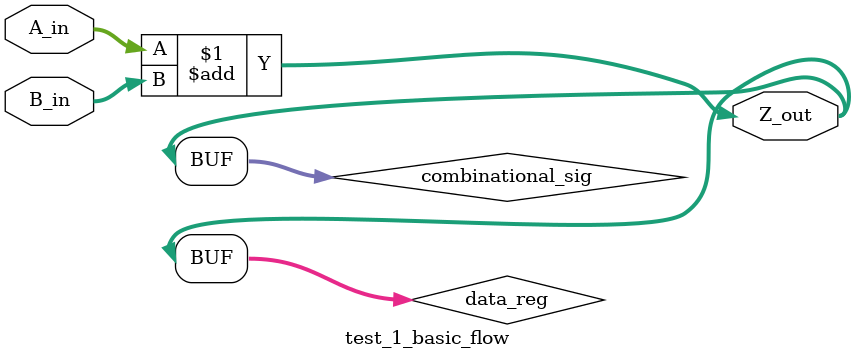
<source format=sv>
module test_1_basic_flow (
    input  logic [7:0] A_in,
    input  logic [7:0] B_in,
    output logic [7:0] Z_out
);
  logic [7:0] data_reg;
  logic [7:0] combinational_sig;

  // 连续赋值 (Assign Statement)
  assign combinational_sig = A_in + B_in; 

  // 组合逻辑 (Always_comb)
  always_comb begin
    data_reg = combinational_sig;         
  end

  // 另一个组合逻辑块
  always_comb begin
    Z_out = data_reg;                    
  end

endmodule
</source>
